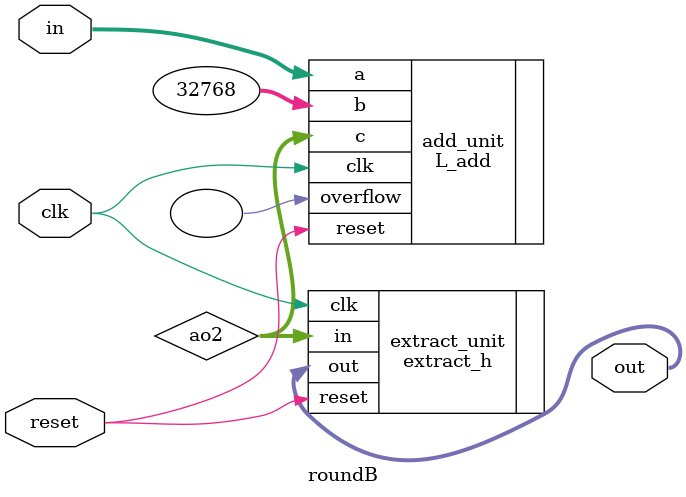
<source format=v>
module roundB
(
    input clk,
    input reset,
    input signed [31:0] in,
    output signed [15:0] out
);
wire signed [31:0] ao2;
wire signed [15:0] eo3;

//delay of 2
L_add add_unit
(.clk(clk), .reset(reset), .a(in), .b(32'h00008000), .c(ao2), .overflow());
//delay of 1
extract_h extract_unit
(.clk(clk), .reset(reset), .in(ao2), .out(out));

endmodule

</source>
